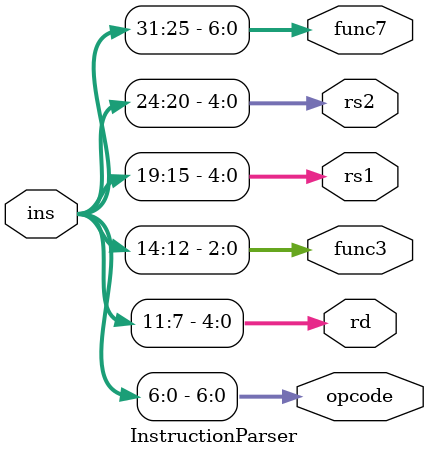
<source format=v>
module InstructionParser
  (
  input wire [31:0] ins,
  output wire [6:0] opcode,
  output wire [4:0] rd,
  output wire [2:0] func3, 
  output wire [4:0] rs1,
  output wire [4:0] rs2,
  output wire [6:0] func7
  );
  
  assign opcode = ins[6:0];
  assign rd = ins[11:7];
  assign func3 = ins[14:12];
  assign rs1 = ins[19:15];
  assign rs2 = ins[24:20];
  assign func7 = ins[31:25];
    
endmodule
  
  
</source>
